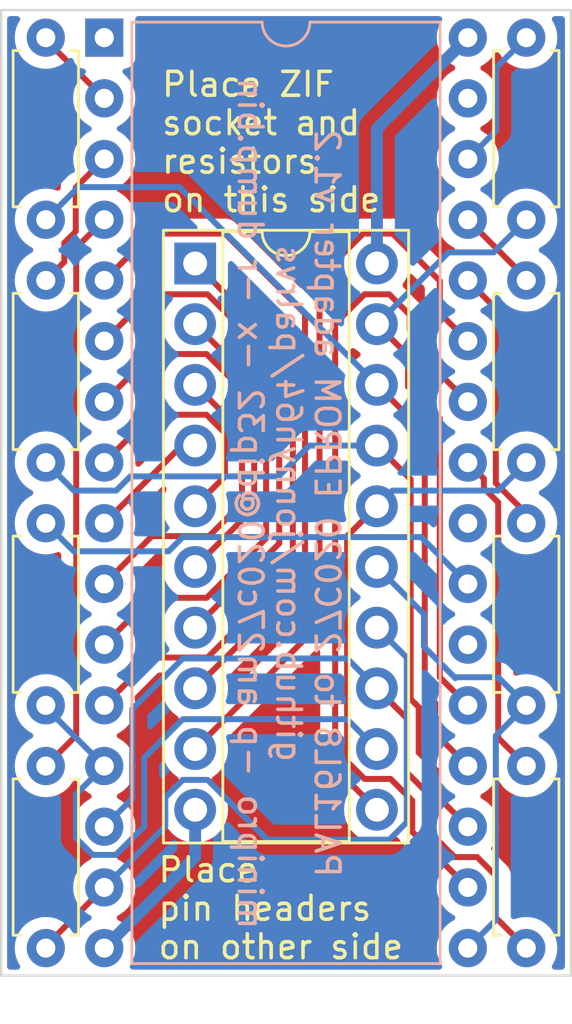
<source format=kicad_pcb>
(kicad_pcb (version 20221018) (generator pcbnew)
  (title_block (title "palrvs v1.2 - Shared under CERN-OHL-P-2.0"))
  (layers (0 "F.Cu" signal) (31 "B.Cu" signal) (34 "B.Paste" user) (35 "F.Paste" user) (36 "B.SilkS" user "B.Silkscreen") (37 "F.SilkS" user "F.Silkscreen") (38 "B.Mask" user) (39 "F.Mask" user) (44 "Edge.Cuts" user))
  (net 0 "")
  (net 1 "Net-(U1-A17)")
  (net 2 "Net-(U1-D7)")
  (net 3 "Net-(U1-A16)")
  (net 4 "Net-(U1-D6)")
  (net 5 "Net-(U1-A15)")
  (net 6 "Net-(U1-D5)")
  (net 7 "Net-(U1-A14)")
  (net 8 "Net-(U1-D4)")
  (net 9 "Net-(U1-A13)")
  (net 10 "Net-(U1-D3)")
  (net 11 "Net-(U1-A12)")
  (net 12 "Net-(U1-D2)")
  (net 13 "Net-(U1-A11)")
  (net 14 "Net-(U1-D1)")
  (net 15 "Net-(U1-A10)")
  (net 16 "Net-(U1-D0)")
  (net 18 "Net-(U1-A7)")
  (net 19 "Net-(U1-A6)")
  (net 20 "Net-(U1-A5)")
  (net 21 "Net-(U1-A4)")
  (net 22 "Net-(U1-A3)")
  (net 23 "Net-(U1-A2)")
  (net 24 "Net-(U1-A1)")
  (net 25 "Net-(U1-A0)")
  (net 26 "Net-(U1-GND)")
  (net 29 "Net-(U1-A9)")
  (net 30 "Net-(U1-A8)")
  (net 32 "Net-(U1-VCC)")
  (footprint "Resistor_THT:R_Axial_DIN0207_L6.3mm_D2.5mm_P7.62mm_Horizontal" (layer "F.Cu") (at 159.135 87.65 -90)
    (fp_text reference "R1" hide)
    (fp_text value "" hide)
    (fp_line (start 0.54 -1.37) (end 7.08 -1.37) (stroke (width 0.12)) (layer "F.SilkS"))
    (fp_line (start 0.54 -1.04) (end 0.54 -1.37) (stroke (width 0.12)) (layer "F.SilkS"))
    (fp_line (start 0.54 1.04) (end 0.54 1.37) (stroke (width 0.12)) (layer "F.SilkS"))
    (fp_line (start 0.54 1.37) (end 7.08 1.37) (stroke (width 0.12)) (layer "F.SilkS"))
    (fp_line (start 7.08 -1.37) (end 7.08 -1.04) (stroke (width 0.12)) (layer "F.SilkS"))
    (fp_line (start 7.08 1.37) (end 7.08 1.04) (stroke (width 0.12)) (layer "F.SilkS"))
    (pad "1" thru_hole circle (at 0 0 270) (size 1.6 1.6) (drill 0.8) (layers "*.Cu" "*.Mask") (net 1 "Net-(U1-A17)"))
    (pad "2" thru_hole oval (at 7.62 0 270) (size 1.6 1.6) (drill 0.8) (layers "*.Cu" "*.Mask") (net 2 "Net-(U1-D7)"))
  )
  (footprint "Resistor_THT:R_Axial_DIN0207_L6.3mm_D2.5mm_P7.62mm_Horizontal" (layer "F.Cu") (at 159.135 107.97 -90)
    (fp_text reference "R5" hide)
    (fp_text value "" hide)
    (fp_line (start 0.54 -1.37) (end 7.08 -1.37) (stroke (width 0.12)) (layer "F.SilkS"))
    (fp_line (start 0.54 -1.04) (end 0.54 -1.37) (stroke (width 0.12)) (layer "F.SilkS"))
    (fp_line (start 0.54 1.04) (end 0.54 1.37) (stroke (width 0.12)) (layer "F.SilkS"))
    (fp_line (start 0.54 1.37) (end 7.08 1.37) (stroke (width 0.12)) (layer "F.SilkS"))
    (fp_line (start 7.08 -1.37) (end 7.08 -1.04) (stroke (width 0.12)) (layer "F.SilkS"))
    (fp_line (start 7.08 1.37) (end 7.08 1.04) (stroke (width 0.12)) (layer "F.SilkS"))
    (pad "1" thru_hole circle (at 0 0 270) (size 1.6 1.6) (drill 0.8) (layers "*.Cu" "*.Mask") (net 9 "Net-(U1-A13)"))
    (pad "2" thru_hole oval (at 7.62 0 270) (size 1.6 1.6) (drill 0.8) (layers "*.Cu" "*.Mask") (net 10 "Net-(U1-D3)"))
  )
  (footprint "Resistor_THT:R_Axial_DIN0207_L6.3mm_D2.5mm_P7.62mm_Horizontal" (layer "F.Cu") (at 138.995 87.65 -90)
    (fp_text reference "R2" hide)
    (fp_text value "" hide)
    (fp_line (start 0.54 -1.37) (end 7.08 -1.37) (stroke (width 0.12)) (layer "F.SilkS"))
    (fp_line (start 0.54 -1.04) (end 0.54 -1.37) (stroke (width 0.12)) (layer "F.SilkS"))
    (fp_line (start 0.54 1.04) (end 0.54 1.37) (stroke (width 0.12)) (layer "F.SilkS"))
    (fp_line (start 0.54 1.37) (end 7.08 1.37) (stroke (width 0.12)) (layer "F.SilkS"))
    (fp_line (start 7.08 -1.37) (end 7.08 -1.04) (stroke (width 0.12)) (layer "F.SilkS"))
    (fp_line (start 7.08 1.37) (end 7.08 1.04) (stroke (width 0.12)) (layer "F.SilkS"))
    (pad "1" thru_hole circle (at 0 0 270) (size 1.6 1.6) (drill 0.8) (layers "*.Cu" "*.Mask") (net 3 "Net-(U1-A16)"))
    (pad "2" thru_hole oval (at 7.62 0 270) (size 1.6 1.6) (drill 0.8) (layers "*.Cu" "*.Mask") (net 4 "Net-(U1-D6)"))
  )
  (footprint "Resistor_THT:R_Axial_DIN0207_L6.3mm_D2.5mm_P7.62mm_Horizontal" (layer "F.Cu") (at 159.135 97.81 -90)
    (fp_text reference "R4" hide)
    (fp_text value "" hide)
    (fp_line (start 0.54 -1.37) (end 7.08 -1.37) (stroke (width 0.12)) (layer "F.SilkS"))
    (fp_line (start 0.54 -1.04) (end 0.54 -1.37) (stroke (width 0.12)) (layer "F.SilkS"))
    (fp_line (start 0.54 1.04) (end 0.54 1.37) (stroke (width 0.12)) (layer "F.SilkS"))
    (fp_line (start 0.54 1.37) (end 7.08 1.37) (stroke (width 0.12)) (layer "F.SilkS"))
    (fp_line (start 7.08 -1.37) (end 7.08 -1.04) (stroke (width 0.12)) (layer "F.SilkS"))
    (fp_line (start 7.08 1.37) (end 7.08 1.04) (stroke (width 0.12)) (layer "F.SilkS"))
    (pad "1" thru_hole circle (at 0 0 270) (size 1.6 1.6) (drill 0.8) (layers "*.Cu" "*.Mask") (net 7 "Net-(U1-A14)"))
    (pad "2" thru_hole oval (at 7.62 0 270) (size 1.6 1.6) (drill 0.8) (layers "*.Cu" "*.Mask") (net 8 "Net-(U1-D4)"))
  )
  (footprint "Resistor_THT:R_Axial_DIN0207_L6.3mm_D2.5mm_P7.62mm_Horizontal" (layer "F.Cu") (at 138.995 107.97 -90)
    (fp_text reference "R8" hide)
    (fp_text value "" hide)
    (fp_line (start 0.54 -1.37) (end 7.08 -1.37) (stroke (width 0.12)) (layer "F.SilkS"))
    (fp_line (start 0.54 -1.04) (end 0.54 -1.37) (stroke (width 0.12)) (layer "F.SilkS"))
    (fp_line (start 0.54 1.04) (end 0.54 1.37) (stroke (width 0.12)) (layer "F.SilkS"))
    (fp_line (start 0.54 1.37) (end 7.08 1.37) (stroke (width 0.12)) (layer "F.SilkS"))
    (fp_line (start 7.08 -1.37) (end 7.08 -1.04) (stroke (width 0.12)) (layer "F.SilkS"))
    (fp_line (start 7.08 1.37) (end 7.08 1.04) (stroke (width 0.12)) (layer "F.SilkS"))
    (pad "1" thru_hole circle (at 0 0 270) (size 1.6 1.6) (drill 0.8) (layers "*.Cu" "*.Mask") (net 15 "Net-(U1-A10)"))
    (pad "2" thru_hole oval (at 7.62 0 270) (size 1.6 1.6) (drill 0.8) (layers "*.Cu" "*.Mask") (net 16 "Net-(U1-D0)"))
  )
  (footprint "palrvs:ZIF-20_W7.62mm_Socket" (layer "F.Cu") (at 145.255 97.1)
    (fp_text reference "U2" hide)
    (fp_text value "PAL16L8")
    (fp_line (start -1.33 -1.39) (end -1.33 24.25) (stroke (width 0.12)) (layer "F.SilkS"))
    (fp_line (start -1.33 24.25) (end 8.95 24.25) (stroke (width 0.12)) (layer "F.SilkS"))
    (fp_line (start 1.16 -1.33) (end 1.16 24.19) (stroke (width 0.12)) (layer "F.SilkS"))
    (fp_line (start 1.16 24.19) (end 6.46 24.19) (stroke (width 0.12)) (layer "F.SilkS"))
    (fp_line (start 2.81 -1.33) (end 1.16 -1.33) (stroke (width 0.12)) (layer "F.SilkS"))
    (fp_line (start 6.46 -1.33) (end 4.81 -1.33) (stroke (width 0.12)) (layer "F.SilkS"))
    (fp_line (start 6.46 24.19) (end 6.46 -1.33) (stroke (width 0.12)) (layer "F.SilkS"))
    (fp_line (start 8.95 -1.39) (end -1.33 -1.39) (stroke (width 0.12)) (layer "F.SilkS"))
    (fp_line (start 8.95 24.25) (end 8.95 -1.39) (stroke (width 0.12)) (layer "F.SilkS"))
    (fp_arc (start 4.81 -1.33) (mid 3.81 -0.33) (end 2.81 -1.33) (stroke (width 0.12)) (layer "F.SilkS"))
    (pad "1" thru_hole rect (at 0 0) (size 1.75 1.75) (drill 1) (layers "*.Cu" "*.Mask") (net 25 "Net-(U1-A0)"))
    (pad "2" thru_hole oval (at 0 2.54) (size 1.75 1.75) (drill 1) (layers "*.Cu" "*.Mask") (net 24 "Net-(U1-A1)"))
    (pad "3" thru_hole oval (at 0 5.08) (size 1.75 1.75) (drill 1) (layers "*.Cu" "*.Mask") (net 23 "Net-(U1-A2)"))
    (pad "4" thru_hole oval (at 0 7.62) (size 1.75 1.75) (drill 1) (layers "*.Cu" "*.Mask") (net 22 "Net-(U1-A3)"))
    (pad "5" thru_hole oval (at 0 10.16) (size 1.75 1.75) (drill 1) (layers "*.Cu" "*.Mask") (net 21 "Net-(U1-A4)"))
    (pad "6" thru_hole oval (at 0 12.7) (size 1.75 1.75) (drill 1) (layers "*.Cu" "*.Mask") (net 20 "Net-(U1-A5)"))
    (pad "7" thru_hole oval (at 0 15.24) (size 1.75 1.75) (drill 1) (layers "*.Cu" "*.Mask") (net 19 "Net-(U1-A6)"))
    (pad "8" thru_hole oval (at 0 17.78) (size 1.75 1.75) (drill 1) (layers "*.Cu" "*.Mask") (net 18 "Net-(U1-A7)"))
    (pad "9" thru_hole oval (at 0 20.32) (size 1.75 1.75) (drill 1) (layers "*.Cu" "*.Mask") (net 30 "Net-(U1-A8)"))
    (pad "10" thru_hole oval (at 0 22.86) (size 1.75 1.75) (drill 1) (layers "*.Cu" "*.Mask") (net 26 "Net-(U1-GND)"))
    (pad "11" thru_hole oval (at 7.62 22.86) (size 1.75 1.75) (drill 1) (layers "*.Cu" "*.Mask") (net 29 "Net-(U1-A9)"))
    (pad "12" thru_hole oval (at 7.62 20.32) (size 1.75 1.75) (drill 1) (layers "*.Cu" "*.Mask") (net 16 "Net-(U1-D0)"))
    (pad "13" thru_hole oval (at 7.62 17.78) (size 1.75 1.75) (drill 1) (layers "*.Cu" "*.Mask") (net 14 "Net-(U1-D1)"))
    (pad "14" thru_hole oval (at 7.62 15.24) (size 1.75 1.75) (drill 1) (layers "*.Cu" "*.Mask") (net 12 "Net-(U1-D2)"))
    (pad "15" thru_hole oval (at 7.62 12.7) (size 1.75 1.75) (drill 1) (layers "*.Cu" "*.Mask") (net 10 "Net-(U1-D3)"))
    (pad "16" thru_hole oval (at 7.62 10.16) (size 1.75 1.75) (drill 1) (layers "*.Cu" "*.Mask") (net 8 "Net-(U1-D4)"))
    (pad "17" thru_hole oval (at 7.62 7.62) (size 1.75 1.75) (drill 1) (layers "*.Cu" "*.Mask") (net 6 "Net-(U1-D5)"))
    (pad "18" thru_hole oval (at 7.62 5.08) (size 1.75 1.75) (drill 1) (layers "*.Cu" "*.Mask") (net 4 "Net-(U1-D6)"))
    (pad "19" thru_hole oval (at 7.62 2.54) (size 1.75 1.75) (drill 1) (layers "*.Cu" "*.Mask") (net 2 "Net-(U1-D7)"))
    (pad "20" thru_hole oval (at 7.62 0) (size 1.75 1.75) (drill 1) (layers "*.Cu" "*.Mask") (net 32 "Net-(U1-VCC)"))
  )
  (footprint "Resistor_THT:R_Axial_DIN0207_L6.3mm_D2.5mm_P7.62mm_Horizontal" (layer "F.Cu") (at 138.995 97.81 -90)
    (fp_text reference "R3" hide)
    (fp_text value "" hide)
    (fp_line (start 0.54 -1.37) (end 7.08 -1.37) (stroke (width 0.12)) (layer "F.SilkS"))
    (fp_line (start 0.54 -1.04) (end 0.54 -1.37) (stroke (width 0.12)) (layer "F.SilkS"))
    (fp_line (start 0.54 1.04) (end 0.54 1.37) (stroke (width 0.12)) (layer "F.SilkS"))
    (fp_line (start 0.54 1.37) (end 7.08 1.37) (stroke (width 0.12)) (layer "F.SilkS"))
    (fp_line (start 7.08 -1.37) (end 7.08 -1.04) (stroke (width 0.12)) (layer "F.SilkS"))
    (fp_line (start 7.08 1.37) (end 7.08 1.04) (stroke (width 0.12)) (layer "F.SilkS"))
    (pad "1" thru_hole circle (at 0 0 270) (size 1.6 1.6) (drill 0.8) (layers "*.Cu" "*.Mask") (net 5 "Net-(U1-A15)"))
    (pad "2" thru_hole oval (at 7.62 0 270) (size 1.6 1.6) (drill 0.8) (layers "*.Cu" "*.Mask") (net 6 "Net-(U1-D5)"))
  )
  (footprint "Resistor_THT:R_Axial_DIN0207_L6.3mm_D2.5mm_P7.62mm_Horizontal" (layer "F.Cu") (at 159.135 118.13 -90)
    (fp_text reference "R7" hide)
    (fp_text value "" hide)
    (fp_line (start 0.54 -1.37) (end 7.08 -1.37) (stroke (width 0.12)) (layer "F.SilkS"))
    (fp_line (start 0.54 -1.04) (end 0.54 -1.37) (stroke (width 0.12)) (layer "F.SilkS"))
    (fp_line (start 0.54 1.04) (end 0.54 1.37) (stroke (width 0.12)) (layer "F.SilkS"))
    (fp_line (start 0.54 1.37) (end 7.08 1.37) (stroke (width 0.12)) (layer "F.SilkS"))
    (fp_line (start 7.08 -1.37) (end 7.08 -1.04) (stroke (width 0.12)) (layer "F.SilkS"))
    (fp_line (start 7.08 1.37) (end 7.08 1.04) (stroke (width 0.12)) (layer "F.SilkS"))
    (pad "1" thru_hole circle (at 0 0 270) (size 1.6 1.6) (drill 0.8) (layers "*.Cu" "*.Mask") (net 13 "Net-(U1-A11)"))
    (pad "2" thru_hole oval (at 7.62 0 270) (size 1.6 1.6) (drill 0.8) (layers "*.Cu" "*.Mask") (net 14 "Net-(U1-D1)"))
  )
  (footprint "Resistor_THT:R_Axial_DIN0207_L6.3mm_D2.5mm_P7.62mm_Horizontal" (layer "F.Cu") (at 138.995 118.13 -90)
    (fp_text reference "R6" hide)
    (fp_text value "" hide)
    (fp_line (start 0.54 -1.37) (end 7.08 -1.37) (stroke (width 0.12)) (layer "F.SilkS"))
    (fp_line (start 0.54 -1.04) (end 0.54 -1.37) (stroke (width 0.12)) (layer "F.SilkS"))
    (fp_line (start 0.54 1.04) (end 0.54 1.37) (stroke (width 0.12)) (layer "F.SilkS"))
    (fp_line (start 0.54 1.37) (end 7.08 1.37) (stroke (width 0.12)) (layer "F.SilkS"))
    (fp_line (start 7.08 -1.37) (end 7.08 -1.04) (stroke (width 0.12)) (layer "F.SilkS"))
    (fp_line (start 7.08 1.37) (end 7.08 1.04) (stroke (width 0.12)) (layer "F.SilkS"))
    (pad "1" thru_hole circle (at 0 0 270) (size 1.6 1.6) (drill 0.8) (layers "*.Cu" "*.Mask") (net 11 "Net-(U1-A12)"))
    (pad "2" thru_hole oval (at 7.62 0 270) (size 1.6 1.6) (drill 0.8) (layers "*.Cu" "*.Mask") (net 12 "Net-(U1-D2)"))
  )
  (footprint "palrvs:Mirrored_DIP-32_W15.24mm" (layer "B.Cu") (at 156.685 87.65 180)
    (fp_text reference "U1" hide)
    (fp_text value "27C020")
    (fp_line (start 1.16 -38.75) (end 1.16 0.65) (stroke (width 0.12)) (layer "B.SilkS"))
    (fp_line (start 1.16 0.65) (end 6.62 0.65) (stroke (width 0.12)) (layer "B.SilkS"))
    (fp_line (start 8.62 0.65) (end 14.08 0.65) (stroke (width 0.12)) (layer "B.SilkS"))
    (fp_line (start 14.08 -38.75) (end 1.16 -38.75) (stroke (width 0.12)) (layer "B.SilkS"))
    (fp_line (start 14.08 0.65) (end 14.08 -38.75) (stroke (width 0.12)) (layer "B.SilkS"))
    (fp_arc (start 6.62 0.65) (mid 7.62 -0.35) (end 8.62 0.65) (stroke (width 0.12)) (layer "B.SilkS"))
    (pad "1" thru_hole rect (at 15.24 0 180) (size 1.6 1.6) (drill 0.8) (layers "*.Cu" "*.Mask"))
    (pad "2" thru_hole oval (at 15.24 -2.54 180) (size 1.6 1.6) (drill 0.8) (layers "*.Cu" "*.Mask") (net 3 "Net-(U1-A16)"))
    (pad "3" thru_hole oval (at 15.24 -5.08 180) (size 1.6 1.6) (drill 0.8) (layers "*.Cu" "*.Mask") (net 5 "Net-(U1-A15)"))
    (pad "4" thru_hole oval (at 15.24 -7.62 180) (size 1.6 1.6) (drill 0.8) (layers "*.Cu" "*.Mask") (net 11 "Net-(U1-A12)"))
    (pad "5" thru_hole oval (at 15.24 -10.16 180) (size 1.6 1.6) (drill 0.8) (layers "*.Cu" "*.Mask") (net 18 "Net-(U1-A7)"))
    (pad "6" thru_hole oval (at 15.24 -12.7 180) (size 1.6 1.6) (drill 0.8) (layers "*.Cu" "*.Mask") (net 19 "Net-(U1-A6)"))
    (pad "7" thru_hole oval (at 15.24 -15.24 180) (size 1.6 1.6) (drill 0.8) (layers "*.Cu" "*.Mask") (net 20 "Net-(U1-A5)"))
    (pad "8" thru_hole oval (at 15.24 -17.78 180) (size 1.6 1.6) (drill 0.8) (layers "*.Cu" "*.Mask") (net 21 "Net-(U1-A4)"))
    (pad "9" thru_hole oval (at 15.24 -20.32 180) (size 1.6 1.6) (drill 0.8) (layers "*.Cu" "*.Mask") (net 22 "Net-(U1-A3)"))
    (pad "10" thru_hole oval (at 15.24 -22.86 180) (size 1.6 1.6) (drill 0.8) (layers "*.Cu" "*.Mask") (net 23 "Net-(U1-A2)"))
    (pad "11" thru_hole oval (at 15.24 -25.4 180) (size 1.6 1.6) (drill 0.8) (layers "*.Cu" "*.Mask") (net 24 "Net-(U1-A1)"))
    (pad "12" thru_hole oval (at 15.24 -27.94 180) (size 1.6 1.6) (drill 0.8) (layers "*.Cu" "*.Mask") (net 25 "Net-(U1-A0)"))
    (pad "13" thru_hole oval (at 15.24 -30.48 180) (size 1.6 1.6) (drill 0.8) (layers "*.Cu" "*.Mask") (net 16 "Net-(U1-D0)"))
    (pad "14" thru_hole oval (at 15.24 -33.02 180) (size 1.6 1.6) (drill 0.8) (layers "*.Cu" "*.Mask") (net 14 "Net-(U1-D1)"))
    (pad "15" thru_hole oval (at 15.24 -35.56 180) (size 1.6 1.6) (drill 0.8) (layers "*.Cu" "*.Mask") (net 12 "Net-(U1-D2)"))
    (pad "16" thru_hole oval (at 15.24 -38.1 180) (size 1.6 1.6) (drill 0.8) (layers "*.Cu" "*.Mask") (net 26 "Net-(U1-GND)"))
    (pad "17" thru_hole oval (at 0 -38.1 180) (size 1.6 1.6) (drill 0.8) (layers "*.Cu" "*.Mask") (net 10 "Net-(U1-D3)"))
    (pad "18" thru_hole oval (at 0 -35.56 180) (size 1.6 1.6) (drill 0.8) (layers "*.Cu" "*.Mask") (net 8 "Net-(U1-D4)"))
    (pad "19" thru_hole oval (at 0 -33.02 180) (size 1.6 1.6) (drill 0.8) (layers "*.Cu" "*.Mask") (net 6 "Net-(U1-D5)"))
    (pad "20" thru_hole oval (at 0 -30.48 180) (size 1.6 1.6) (drill 0.8) (layers "*.Cu" "*.Mask") (net 4 "Net-(U1-D6)"))
    (pad "21" thru_hole oval (at 0 -27.94 180) (size 1.6 1.6) (drill 0.8) (layers "*.Cu" "*.Mask") (net 2 "Net-(U1-D7)"))
    (pad "22" thru_hole oval (at 0 -25.4 180) (size 1.6 1.6) (drill 0.8) (layers "*.Cu" "*.Mask"))
    (pad "23" thru_hole oval (at 0 -22.86 180) (size 1.6 1.6) (drill 0.8) (layers "*.Cu" "*.Mask") (net 15 "Net-(U1-A10)"))
    (pad "24" thru_hole oval (at 0 -20.32 180) (size 1.6 1.6) (drill 0.8) (layers "*.Cu" "*.Mask"))
    (pad "25" thru_hole oval (at 0 -17.78 180) (size 1.6 1.6) (drill 0.8) (layers "*.Cu" "*.Mask") (net 13 "Net-(U1-A11)"))
    (pad "26" thru_hole oval (at 0 -15.24 180) (size 1.6 1.6) (drill 0.8) (layers "*.Cu" "*.Mask") (net 29 "Net-(U1-A9)"))
    (pad "27" thru_hole oval (at 0 -12.7 180) (size 1.6 1.6) (drill 0.8) (layers "*.Cu" "*.Mask") (net 30 "Net-(U1-A8)"))
    (pad "28" thru_hole oval (at 0 -10.16 180) (size 1.6 1.6) (drill 0.8) (layers "*.Cu" "*.Mask") (net 9 "Net-(U1-A13)"))
    (pad "29" thru_hole oval (at 0 -7.62 180) (size 1.6 1.6) (drill 0.8) (layers "*.Cu" "*.Mask") (net 7 "Net-(U1-A14)"))
    (pad "30" thru_hole oval (at 0 -5.08 180) (size 1.6 1.6) (drill 0.8) (layers "*.Cu" "*.Mask") (net 1 "Net-(U1-A17)"))
    (pad "31" thru_hole oval (at 0 -2.54 180) (size 1.6 1.6) (drill 0.8) (layers "*.Cu" "*.Mask"))
    (pad "32" thru_hole oval (at 0 0 180) (size 1.6 1.6) (drill 0.8) (layers "*.Cu" "*.Mask") (net 32 "Net-(U1-VCC)"))
  )
  (gr_line (start 161.005 126.9) (end 137.125 126.9) (stroke (width 0.1)) (layer "Edge.Cuts"))
  (gr_line (start 137.125 86.5) (end 137.125 126.9) (stroke (width 0.1)) (layer "Edge.Cuts"))
  (gr_line (start 137.125 86.5) (end 161.005 86.5) (stroke (width 0.1)) (layer "Edge.Cuts"))
  (gr_line (start 161.005 86.5) (end 161.005 126.9) (stroke (width 0.1)) (layer "Edge.Cuts"))
  (gr_text "PAL16L8 to 27C020 EPROM adapter v1.2\ngithub.com/jonnyh64/palrvs\nminipro -p am27c020@dip32 -x -r dump.bin" (at 146.98 107.14 270) (layer "B.SilkS") (effects (font (size 1 1)) (justify bottom mirror)))
  (gr_text "Place ZIF\nsocket and\nresistors\non this side" (at 143.78 95.02) (layer "F.SilkS") (effects (font (size 1 1)) (justify left bottom)))
  (gr_text "Place\npin headers\non other side" (at 143.63 126.28) (layer "F.SilkS") (effects (font (size 1 1)) (justify left bottom)))
  (segment (start 157.88 91.535) (end 156.685 92.73) (width 0.25) (layer "B.Cu") (net 1))
  (segment (start 159.135 87.65) (end 157.88 88.905) (width 0.25) (layer "B.Cu") (net 1))
  (segment (start 157.88 88.905) (end 157.88 91.535) (width 0.25) (layer "B.Cu") (net 1))
  (segment (start 152.875 99.64) (end 154.18 100.945) (width 0.25) (layer "F.Cu") (net 2))
  (segment (start 155.51 103.58) (end 155.51 114.415) (width 0.25) (layer "F.Cu") (net 2))
  (segment (start 154.18 102.25) (end 155.51 103.58) (width 0.25) (layer "F.Cu") (net 2))
  (segment (start 155.51 114.415) (end 156.685 115.59) (width 0.25) (layer "F.Cu") (net 2))
  (segment (start 154.18 100.945) (end 154.18 102.25) (width 0.25) (layer "F.Cu") (net 2))
  (segment (start 152.875 99.64) (end 155.88 96.635) (width 0.25) (layer "B.Cu") (net 2))
  (segment (start 155.88 96.635) (end 157.77 96.635) (width 0.25) (layer "B.Cu") (net 2))
  (segment (start 157.77 96.635) (end 159.135 95.27) (width 0.25) (layer "B.Cu") (net 2))
  (segment (start 141.445 90.19) (end 138.995 87.74) (width 0.25) (layer "F.Cu") (net 3))
  (segment (start 154.88 104.185) (end 154.88 115.05) (width 0.25) (layer "F.Cu") (net 4))
  (segment (start 154.88 115.05) (end 155.32 115.49) (width 0.25) (layer "F.Cu") (net 4))
  (segment (start 155.32 116.765) (end 156.685 118.13) (width 0.25) (layer "F.Cu") (net 4))
  (segment (start 152.875 102.18) (end 154.88 104.185) (width 0.25) (layer "F.Cu") (net 4))
  (segment (start 155.32 115.49) (end 155.32 116.765) (width 0.25) (layer "F.Cu") (net 4))
  (segment (start 144.6 93.905) (end 152.875 102.18) (width 0.25) (layer "B.Cu") (net 4))
  (segment (start 140.36 93.905) (end 144.6 93.905) (width 0.25) (layer "B.Cu") (net 4))
  (segment (start 138.995 95.27) (end 140.36 93.905) (width 0.25) (layer "B.Cu") (net 4))
  (segment (start 139.77 97.035) (end 138.995 97.81) (width 0.25) (layer "F.Cu") (net 5))
  (segment (start 140.25 95.757894) (end 140.25 93.925) (width 0.25) (layer "F.Cu") (net 5))
  (segment (start 139.77 96.237894) (end 139.77 97.035) (width 0.25) (layer "F.Cu") (net 5))
  (segment (start 140.25 93.925) (end 141.445 92.73) (width 0.25) (layer "F.Cu") (net 5))
  (segment (start 139.77 96.237894) (end 140.25 95.757894) (width 0.25) (layer "F.Cu") (net 5))
  (segment (start 155.4 119.385) (end 156.685 120.67) (width 0.25) (layer "F.Cu") (net 6))
  (segment (start 154.29 106.135) (end 154.29 115.33) (width 0.25) (layer "F.Cu") (net 6))
  (segment (start 154.29 115.33) (end 154.625 115.665) (width 0.25) (layer "F.Cu") (net 6))
  (segment (start 155.4 118.34) (end 155.4 119.385) (width 0.25) (layer "F.Cu") (net 6))
  (segment (start 154.625 117.565) (end 155.4 118.34) (width 0.25) (layer "F.Cu") (net 6))
  (segment (start 154.625 115.665) (end 154.625 117.565) (width 0.25) (layer "F.Cu") (net 6))
  (segment (start 152.875 104.72) (end 154.29 106.135) (width 0.25) (layer "F.Cu") (net 6))
  (segment (start 141.945 106.605) (end 140.17 106.605) (width 0.25) (layer "B.Cu") (net 6))
  (segment (start 142.54 106.01) (end 141.945 106.605) (width 0.25) (layer "B.Cu") (net 6))
  (segment (start 150.04 104.72) (end 148.75 106.01) (width 0.25) (layer "B.Cu") (net 6))
  (segment (start 148.75 106.01) (end 142.54 106.01) (width 0.25) (layer "B.Cu") (net 6))
  (segment (start 152.875 104.72) (end 150.04 104.72) (width 0.25) (layer "B.Cu") (net 6))
  (segment (start 140.17 106.605) (end 138.995 105.43) (width 0.25) (layer "B.Cu") (net 6))
  (segment (start 156.685 95.27) (end 159.135 97.72) (width 0.25) (layer "F.Cu") (net 7))
  (segment (start 151.625 108.51) (end 152.875 107.26) (width 0.25) (layer "F.Cu") (net 8))
  (segment (start 154.357233 120.882233) (end 154.357233 119.577233) (width 0.25) (layer "F.Cu") (net 8))
  (segment (start 151.625 117.937767) (end 151.625 108.51) (width 0.25) (layer "F.Cu") (net 8))
  (segment (start 156.685 123.21) (end 154.357233 120.882233) (width 0.25) (layer "F.Cu") (net 8))
  (segment (start 154.357233 119.577233) (end 153.45 118.67) (width 0.25) (layer "F.Cu") (net 8))
  (segment (start 153.45 118.67) (end 152.357233 118.67) (width 0.25) (layer "F.Cu") (net 8))
  (segment (start 152.357233 118.67) (end 151.625 117.937767) (width 0.25) (layer "F.Cu") (net 8))
  (segment (start 157.96 106.605) (end 153.53 106.605) (width 0.25) (layer "B.Cu") (net 8))
  (segment (start 159.135 105.43) (end 157.96 106.605) (width 0.25) (layer "B.Cu") (net 8))
  (segment (start 153.53 106.605) (end 152.875 107.26) (width 0.25) (layer "B.Cu") (net 8))
  (segment (start 157.86 98.985) (end 157.86 106.295) (width 0.25) (layer "F.Cu") (net 9))
  (segment (start 157.86 106.295) (end 159.135 107.57) (width 0.25) (layer "F.Cu") (net 9))
  (segment (start 156.685 97.81) (end 157.86 98.985) (width 0.25) (layer "F.Cu") (net 9))
  (segment (start 154.845 113.135) (end 156.16165 114.45165) (width 0.25) (layer "B.Cu") (net 10))
  (segment (start 156.685 125.75) (end 157.86 124.575) (width 0.25) (layer "B.Cu") (net 10))
  (segment (start 157.96 114.415) (end 159.135 115.59) (width 0.25) (layer "B.Cu") (net 10))
  (segment (start 156.198299 114.415) (end 157.96 114.415) (width 0.25) (layer "B.Cu") (net 10))
  (segment (start 157.86 116.865) (end 159.135 115.59) (width 0.25) (layer "B.Cu") (net 10))
  (segment (start 154.845 111.77) (end 154.845 113.135) (width 0.25) (layer "B.Cu") (net 10))
  (segment (start 152.875 109.8) (end 154.845 111.77) (width 0.25) (layer "B.Cu") (net 10))
  (segment (start 156.16165 114.45165) (end 156.198299 114.415) (width 0.25) (layer "B.Cu") (net 10))
  (segment (start 157.86 124.575) (end 157.86 116.865) (width 0.25) (layer "B.Cu") (net 10))
  (segment (start 138.995 118.13) (end 140.27 116.855) (width 0.25) (layer "F.Cu") (net 11))
  (segment (start 140.27 116.855) (end 140.27 96.445) (width 0.25) (layer "F.Cu") (net 11))
  (segment (start 140.27 96.445) (end 141.445 95.27) (width 0.25) (layer "F.Cu") (net 11))
  (segment (start 141.445 123.21) (end 138.995 125.66) (width 0.25) (layer "F.Cu") (net 12))
  (segment (start 144.737233 118.71) (end 144.005 119.442233) (width 0.25) (layer "B.Cu") (net 12))
  (segment (start 145.78 118.71) (end 144.737233 118.71) (width 0.25) (layer "B.Cu") (net 12))
  (segment (start 144.005 119.442233) (end 144.005 120.65) (width 0.25) (layer "B.Cu") (net 12))
  (segment (start 154.125 120.485) (end 153.4 121.21) (width 0.25) (layer "B.Cu") (net 12))
  (segment (start 154.125 113.59) (end 154.125 120.485) (width 0.25) (layer "B.Cu") (net 12))
  (segment (start 152.875 112.34) (end 154.125 113.59) (width 0.25) (layer "B.Cu") (net 12))
  (segment (start 144.005 120.65) (end 141.445 123.21) (width 0.25) (layer "B.Cu") (net 12))
  (segment (start 148.28 121.21) (end 145.78 118.71) (width 0.25) (layer "B.Cu") (net 12))
  (segment (start 153.4 121.21) (end 148.28 121.21) (width 0.25) (layer "B.Cu") (net 12))
  (segment (start 157.96 116.955) (end 159.135 118.13) (width 0.25) (layer "F.Cu") (net 13))
  (segment (start 156.685 105.43) (end 157.36 106.105) (width 0.25) (layer "F.Cu") (net 13))
  (segment (start 157.36 106.105) (end 157.36 106.502106) (width 0.25) (layer "F.Cu") (net 13))
  (segment (start 157.96 107.102106) (end 157.96 116.955) (width 0.25) (layer "F.Cu") (net 13))
  (segment (start 157.36 106.502106) (end 157.96 107.102106) (width 0.25) (layer "F.Cu") (net 13))
  (segment (start 152.875 114.88) (end 154.125 116.13) (width 0.25) (layer "F.Cu") (net 14))
  (segment (start 154.125 118.395) (end 154.9 119.17) (width 0.25) (layer "F.Cu") (net 14))
  (segment (start 154.9 119.17) (end 154.9 120.71) (width 0.25) (layer "F.Cu") (net 14))
  (segment (start 156.13 121.94) (end 157.076701 121.94) (width 0.25) (layer "F.Cu") (net 14))
  (segment (start 157.076701 121.94) (end 157.86 122.723299) (width 0.25) (layer "F.Cu") (net 14))
  (segment (start 154.9 120.71) (end 156.13 121.94) (width 0.25) (layer "F.Cu") (net 14))
  (segment (start 157.86 122.723299) (end 157.86 124.475) (width 0.25) (layer "F.Cu") (net 14))
  (segment (start 157.86 124.475) (end 159.135 125.75) (width 0.25) (layer "F.Cu") (net 14))
  (segment (start 154.125 116.13) (end 154.125 118.395) (width 0.25) (layer "F.Cu") (net 14))
  (segment (start 142.62 115.747233) (end 144.737233 113.63) (width 0.25) (layer "B.Cu") (net 14))
  (segment (start 144.737233 113.63) (end 151.625 113.63) (width 0.25) (layer "B.Cu") (net 14))
  (segment (start 141.445 120.67) (end 142.62 119.495) (width 0.25) (layer "B.Cu") (net 14))
  (segment (start 142.62 119.495) (end 142.62 115.747233) (width 0.25) (layer "B.Cu") (net 14))
  (segment (start 151.625 113.63) (end 152.875 114.88) (width 0.25) (layer "B.Cu") (net 14))
  (segment (start 138.995 107.97) (end 140.17 109.145) (width 0.25) (layer "B.Cu") (net 15))
  (segment (start 144.737233 108.55) (end 154.725 108.55) (width 0.25) (layer "B.Cu") (net 15))
  (segment (start 144.142233 109.145) (end 144.737233 108.55) (width 0.25) (layer "B.Cu") (net 15))
  (segment (start 154.725 108.55) (end 156.685 110.51) (width 0.25) (layer "B.Cu") (net 15))
  (segment (start 140.17 109.145) (end 144.142233 109.145) (width 0.25) (layer "B.Cu") (net 15))
  (segment (start 140.26 119.315) (end 141.445 118.13) (width 0.25) (layer "B.Cu") (net 16))
  (segment (start 141.926701 121.85) (end 140.963299 121.85) (width 0.25) (layer "B.Cu") (net 16))
  (segment (start 144.737233 116.17) (end 143.12 117.787233) (width 0.25) (layer "B.Cu") (net 16))
  (segment (start 143.12 117.787233) (end 143.12 120.656701) (width 0.25) (layer "B.Cu") (net 16))
  (segment (start 140.963299 121.85) (end 140.26 121.146701) (width 0.25) (layer "B.Cu") (net 16))
  (segment (start 151.625 116.17) (end 144.737233 116.17) (width 0.25) (layer "B.Cu") (net 16))
  (segment (start 141.445 118.13) (end 138.995 115.68) (width 0.25) (layer "B.Cu") (net 16))
  (segment (start 143.12 120.656701) (end 141.926701 121.85) (width 0.25) (layer "B.Cu") (net 16))
  (segment (start 152.875 117.42) (end 151.625 116.17) (width 0.25) (layer "B.Cu") (net 16))
  (segment (start 140.26 121.146701) (end 140.26 119.315) (width 0.25) (layer "B.Cu") (net 16))
  (segment (start 149.86 99.205) (end 146.505 95.85) (width 0.25) (layer "F.Cu") (net 18))
  (segment (start 143.405 95.85) (end 141.445 97.81) (width 0.25) (layer "F.Cu") (net 18))
  (segment (start 149.86 110.275) (end 149.86 99.205) (width 0.25) (layer "F.Cu") (net 18))
  (segment (start 145.255 114.88) (end 149.86 110.275) (width 0.25) (layer "F.Cu") (net 18))
  (segment (start 146.505 95.85) (end 143.405 95.85) (width 0.25) (layer "F.Cu") (net 18))
  (segment (start 148.78 101.397233) (end 145.772767 98.39) (width 0.25) (layer "F.Cu") (net 19))
  (segment (start 148.78 108.815) (end 148.78 101.397233) (width 0.25) (layer "F.Cu") (net 19))
  (segment (start 143.405 98.39) (end 141.445 100.35) (width 0.25) (layer "F.Cu") (net 19))
  (segment (start 145.255 112.34) (end 148.78 108.815) (width 0.25) (layer "F.Cu") (net 19))
  (segment (start 145.772767 98.39) (end 143.405 98.39) (width 0.25) (layer "F.Cu") (net 19))
  (segment (start 147.73 107.325) (end 145.255 109.8) (width 0.25) (layer "F.Cu") (net 20))
  (segment (start 141.445 102.89) (end 143.445 100.89) (width 0.25) (layer "F.Cu") (net 20))
  (segment (start 143.445 100.89) (end 145.732767 100.89) (width 0.25) (layer "F.Cu") (net 20))
  (segment (start 147.73 102.887233) (end 147.73 107.325) (width 0.25) (layer "F.Cu") (net 20))
  (segment (start 145.732767 100.89) (end 147.73 102.887233) (width 0.25) (layer "F.Cu") (net 20))
  (segment (start 143.445 103.43) (end 145.732767 103.43) (width 0.25) (layer "F.Cu") (net 21))
  (segment (start 146.505 106.01) (end 145.255 107.26) (width 0.25) (layer "F.Cu") (net 21))
  (segment (start 145.732767 103.43) (end 146.505 104.202233) (width 0.25) (layer "F.Cu") (net 21))
  (segment (start 141.445 105.43) (end 143.445 103.43) (width 0.25) (layer "F.Cu") (net 21))
  (segment (start 146.505 104.202233) (end 146.505 106.01) (width 0.25) (layer "F.Cu") (net 21))
  (segment (start 141.445 107.97) (end 144.695 104.72) (width 0.25) (layer "F.Cu") (net 22))
  (segment (start 147.22 107.127894) (end 147.22 104.145) (width 0.25) (layer "F.Cu") (net 23))
  (segment (start 147.22 104.145) (end 145.255 102.18) (width 0.25) (layer "F.Cu") (net 23))
  (segment (start 141.445 110.51) (end 143.445 108.51) (width 0.25) (layer "F.Cu") (net 23))
  (segment (start 143.445 108.51) (end 145.837894 108.51) (width 0.25) (layer "F.Cu") (net 23))
  (segment (start 145.837894 108.51) (end 147.22 107.127894) (width 0.25) (layer "F.Cu") (net 23))
  (segment (start 143.405 111.09) (end 145.74 111.09) (width 0.25) (layer "F.Cu") (net 24))
  (segment (start 141.445 113.05) (end 143.405 111.09) (width 0.25) (layer "F.Cu") (net 24))
  (segment (start 148.23 102.615) (end 145.255 99.64) (width 0.25) (layer "F.Cu") (net 24))
  (segment (start 148.23 108.6) (end 148.23 102.615) (width 0.25) (layer "F.Cu") (net 24))
  (segment (start 145.74 111.09) (end 148.23 108.6) (width 0.25) (layer "F.Cu") (net 24))
  (segment (start 145.772767 113.59) (end 149.35 110.012767) (width 0.25) (layer "F.Cu") (net 25))
  (segment (start 149.35 101.195) (end 145.255 97.1) (width 0.25) (layer "F.Cu") (net 25))
  (segment (start 149.35 110.012767) (end 149.35 101.195) (width 0.25) (layer "F.Cu") (net 25))
  (segment (start 141.445 115.59) (end 143.445 113.59) (width 0.25) (layer "F.Cu") (net 25))
  (segment (start 143.445 113.59) (end 145.772767 113.59) (width 0.25) (layer "F.Cu") (net 25))
  (segment (start 141.445 125.75) (end 145.255 121.94) (width 0.5) (layer "B.Cu") (net 26))
  (segment (start 145.255 121.94) (end 145.255 119.96) (width 0.5) (layer "B.Cu") (net 26))
  (segment (start 151.125 118.21) (end 152.875 119.96) (width 0.25) (layer "F.Cu") (net 29))
  (segment (start 151.125 99.622233) (end 151.125 118.21) (width 0.25) (layer "F.Cu") (net 29))
  (segment (start 156.685 102.89) (end 155.19 101.395) (width 0.25) (layer "F.Cu") (net 29))
  (segment (start 155.19 100.82) (end 154.25 99.88) (width 0.25) (layer "F.Cu") (net 29))
  (segment (start 152.357233 98.39) (end 151.125 99.622233) (width 0.25) (layer "F.Cu") (net 29))
  (segment (start 155.19 101.395) (end 155.19 100.82) (width 0.25) (layer "F.Cu") (net 29))
  (segment (start 154.25 99.88) (end 154.25 99.247233) (width 0.25) (layer "F.Cu") (net 29))
  (segment (start 153.392767 98.39) (end 152.357233 98.39) (width 0.25) (layer "F.Cu") (net 29))
  (segment (start 154.25 99.247233) (end 153.392767 98.39) (width 0.25) (layer "F.Cu") (net 29))
  (segment (start 150.47 112.205) (end 145.255 117.42) (width 0.25) (layer "F.Cu") (net 30))
  (segment (start 153.53 95.85) (end 152.3 95.85) (width 0.25) (layer "F.Cu") (net 30))
  (segment (start 155.51 97.83) (end 153.53 95.85) (width 0.25) (layer "F.Cu") (net 30))
  (segment (start 152.3 95.85) (end 150.47 97.68) (width 0.25) (layer "F.Cu") (net 30))
  (segment (start 156.685 100.35) (end 155.51 99.175) (width 0.25) (layer "F.Cu") (net 30))
  (segment (start 150.47 97.68) (end 150.47 112.205) (width 0.25) (layer "F.Cu") (net 30))
  (segment (start 155.51 99.175) (end 155.51 97.83) (width 0.25) (layer "F.Cu") (net 30))
  (segment (start 152.875 91.46) (end 152.875 97.1) (width 0.5) (layer "B.Cu") (net 32))
  (segment (start 156.685 87.65) (end 152.875 91.46) (width 0.5) (layer "B.Cu") (net 32))
  (zone (net 0) (net_name "") (layers "F&B.Cu") (connect_pads (clearance 0.5)) (min_thickness 0.25) (fill yes (thermal_gap 0.5) (thermal_bridge_width 0.5) (island_removal_mode 1) (island_area_min 10))
    (polygon (pts (xy 137.125 126.9) (xy 161.005 126.9) (xy 161.005 86.5) (xy 137.125 86.5)))
  )
)
</source>
